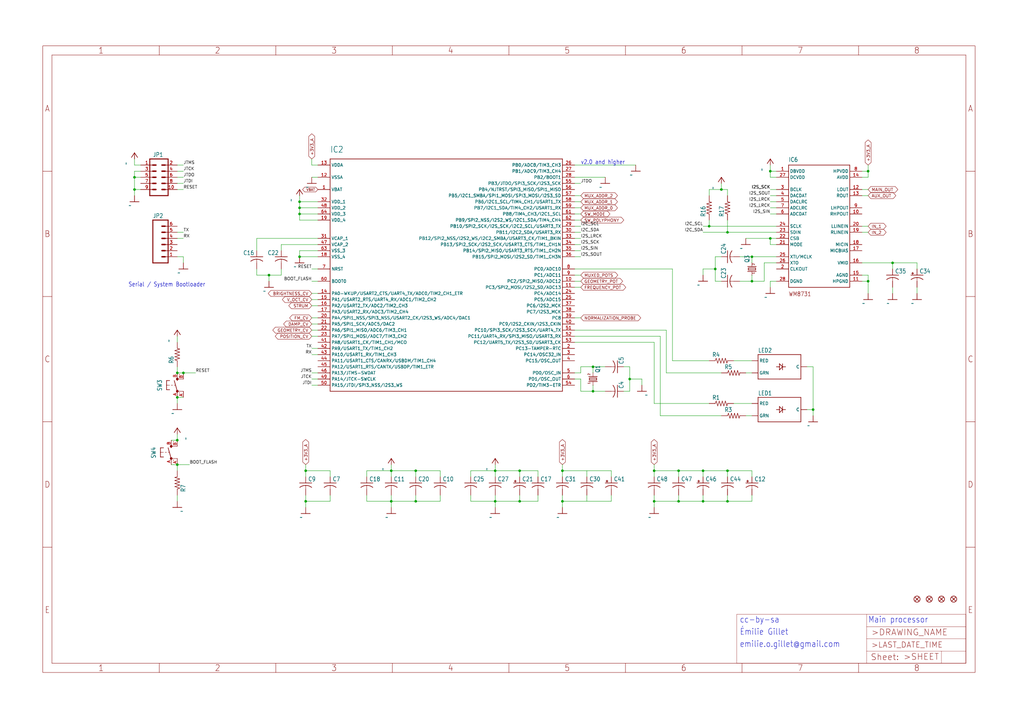
<source format=kicad_sch>
(kicad_sch (version 20211123) (generator eeschema)
  (paper "User" 425.45 299.161)
  (lib_symbols
    (symbol "rings-eagle-import:+3V3" (power)
      (property "Value" "+3V3" (at -2.54 -5.08 90))
      (symbol "+3V3_1_0"
        (pin power_in line (at 0 -2.54 90) (length 2.54) (name "+3V3") (number "1"))
      )
    )
    (symbol "rings-eagle-import:A3L-LOC"
      (symbol "A3L-LOC_1_0"
        (text "1" (at 24.2094 1.905 0) (effects (font (size 2.54 2.286))))
        (text "1" (at 24.2094 258.445 0) (effects (font (size 2.54 2.286))))
        (text "2" (at 72.6281 1.905 0) (effects (font (size 2.54 2.286))))
        (text "2" (at 72.6281 258.445 0) (effects (font (size 2.54 2.286))))
        (text "3" (at 121.0469 1.905 0) (effects (font (size 2.54 2.286))))
        (text "3" (at 121.0469 258.445 0) (effects (font (size 2.54 2.286))))
        (text "4" (at 169.4656 1.905 0) (effects (font (size 2.54 2.286))))
        (text "4" (at 169.4656 258.445 0) (effects (font (size 2.54 2.286))))
        (text "5" (at 217.8844 1.905 0) (effects (font (size 2.54 2.286))))
        (text "5" (at 217.8844 258.445 0) (effects (font (size 2.54 2.286))))
        (text "6" (at 266.3031 1.905 0) (effects (font (size 2.54 2.286))))
        (text "6" (at 266.3031 258.445 0) (effects (font (size 2.54 2.286))))
        (text "7" (at 314.7219 1.905 0) (effects (font (size 2.54 2.286))))
        (text "7" (at 314.7219 258.445 0) (effects (font (size 2.54 2.286))))
        (text "8" (at 363.1406 1.905 0) (effects (font (size 2.54 2.286))))
        (text "8" (at 363.1406 258.445 0) (effects (font (size 2.54 2.286))))
        (text ">DRAWING_NAME" (at 344.17 15.24 0) (effects (font (size 2.54 2.54)) (justify left bottom)))
        (text ">LAST_DATE_TIME" (at 344.17 10.16 0) (effects (font (size 2.286 2.286)) (justify left bottom)))
        (text ">SHEET" (at 357.505 5.08 0) (effects (font (size 2.54 2.54)) (justify left bottom)))
        (text "A" (at 1.905 234.315 0) (effects (font (size 2.54 2.286))))
        (text "A" (at 385.445 234.315 0) (effects (font (size 2.54 2.286))))
        (text "B" (at 1.905 182.245 0) (effects (font (size 2.54 2.286))))
        (text "B" (at 385.445 182.245 0) (effects (font (size 2.54 2.286))))
        (text "C" (at 1.905 130.175 0) (effects (font (size 2.54 2.286))))
        (text "C" (at 385.445 130.175 0) (effects (font (size 2.54 2.286))))
        (text "D" (at 1.905 78.105 0) (effects (font (size 2.54 2.286))))
        (text "D" (at 385.445 78.105 0) (effects (font (size 2.54 2.286))))
        (text "E" (at 1.905 26.035 0) (effects (font (size 2.54 2.286))))
        (text "E" (at 385.445 26.035 0) (effects (font (size 2.54 2.286))))
        (text "Sheet:" (at 343.916 4.953 0) (effects (font (size 2.54 2.54)) (justify left bottom)))
      )
    )
    (symbol "rings-eagle-import:C-USC0603"
      (property "Reference" "C" (at 1.016 0.635 0))
      (property "Value" "C-USC0603" (at 1.016 -4.191 0))
      (symbol "C-USC0603_1_0"
        (pin passive line (at 0 2.54 270) (length 2.54) (name "1") (number "1"))
        (pin passive line (at 0 -5.08 90) (length 2.54) (name "2") (number "2"))
      )
    )
    (symbol "rings-eagle-import:C-USC0805"
      (property "Reference" "C" (at 1.016 0.635 0))
      (property "Value" "C-USC0805" (at 1.016 -4.191 0))
      (symbol "C-USC0805_1_0"
        (pin passive line (at 0 2.54 270) (length 2.54) (name "1") (number "1"))
        (pin passive line (at 0 -5.08 90) (length 2.54) (name "2") (number "2"))
      )
    )
    (symbol "rings-eagle-import:CPOL-USA"
      (property "Reference" "C" (at 1.016 0.635 0))
      (property "Value" "CPOL-USA" (at 1.016 -4.191 0))
      (symbol "CPOL-USA_1_0"
        (pin passive line (at 0 2.54 270) (length 2.54) (name "+") (number "+"))
        (pin passive line (at 0 -5.08 90) (length 2.54) (name "-") (number "-"))
      )
    )
    (symbol "rings-eagle-import:CRYSTALHC49UP"
      (property "Reference" "Q" (at 2.54 1.016 0))
      (property "Value" "CRYSTALHC49UP" (at 2.54 -2.54 0))
      (symbol "CRYSTALHC49UP_1_0"
        (text "1" (at -2.159 -1.143 0) (effects (font (size 0.8636 0.734)) (justify left bottom)))
        (text "2" (at 1.524 -1.143 0) (effects (font (size 0.8636 0.734)) (justify left bottom)))
        (pin passive line (at -2.54 0 0) (length 0) (name "1") (number "1"))
        (pin passive line (at 2.54 0 180) (length 0) (name "2") (number "2"))
      )
    )
    (symbol "rings-eagle-import:EVQQ2"
      (property "Value" "EVQQ2" (at -3.81 3.175 90))
      (symbol "EVQQ2_1_0"
        (pin passive line (at 0 -5.08 90) (length 2.54) (name "P") (number "A"))
        (pin passive line (at 2.54 -5.08 90) (length 2.54) (name "P1") (number "A'"))
        (pin passive line (at 0 5.08 270) (length 2.54) (name "S") (number "B"))
        (pin passive line (at 2.54 5.08 270) (length 2.54) (name "S1") (number "B'"))
      )
    )
    (symbol "rings-eagle-import:FIDUCIAL1X2")
    (symbol "rings-eagle-import:GND" (power)
      (property "Value" "GND" (at -2.54 -2.54 0))
      (symbol "GND_1_0"
        (pin power_in line (at 0 2.54 270) (length 2.54) (name "GND") (number "1"))
      )
    )
    (symbol "rings-eagle-import:LED-BICOLOR-THROUGHHOLE"
      (property "Reference" "LED" (at -7.62 5.842 0))
      (property "Value" "LED-BICOLOR-THROUGHHOLE" (at -7.62 -7.62 0))
      (symbol "LED-BICOLOR-THROUGHHOLE_1_0"
        (pin bidirectional line (at -10.16 -2.54 0) (length 2.54) (name "GRN") (number "1"))
        (pin bidirectional line (at 12.7 0 180) (length 2.54) (name "C") (number "2"))
        (pin bidirectional line (at -10.16 2.54 0) (length 2.54) (name "RED") (number "3"))
      )
    )
    (symbol "rings-eagle-import:M05X2MINIJTAG"
      (property "Reference" "JP" (at -2.54 8.382 0))
      (property "Value" "M05X2MINIJTAG" (at -2.54 -10.16 0))
      (symbol "M05X2MINIJTAG_1_0"
        (pin passive line (at -7.62 5.08 0) (length 5.08) (name "1") (number "1"))
        (pin passive line (at 7.62 -5.08 180) (length 5.08) (name "10") (number "10"))
        (pin passive line (at 7.62 5.08 180) (length 5.08) (name "2") (number "2"))
        (pin passive line (at -7.62 2.54 0) (length 5.08) (name "3") (number "3"))
        (pin passive line (at 7.62 2.54 180) (length 5.08) (name "4") (number "4"))
        (pin passive line (at -7.62 0 0) (length 5.08) (name "5") (number "5"))
        (pin passive line (at 7.62 0 180) (length 5.08) (name "6") (number "6"))
        (pin passive line (at -7.62 -2.54 0) (length 5.08) (name "7") (number "7"))
        (pin passive line (at 7.62 -2.54 180) (length 5.08) (name "8") (number "8"))
        (pin passive line (at -7.62 -5.08 0) (length 5.08) (name "9") (number "9"))
      )
    )
    (symbol "rings-eagle-import:M06SIP"
      (property "Reference" "JP" (at -5.08 10.922 0))
      (property "Value" "M06SIP" (at -5.08 -10.16 0))
      (symbol "M06SIP_1_0"
        (pin passive line (at 5.08 -5.08 180) (length 5.08) (name "1") (number "1"))
        (pin passive line (at 5.08 -2.54 180) (length 5.08) (name "2") (number "2"))
        (pin passive line (at 5.08 0 180) (length 5.08) (name "3") (number "3"))
        (pin passive line (at 5.08 2.54 180) (length 5.08) (name "4") (number "4"))
        (pin passive line (at 5.08 5.08 180) (length 5.08) (name "5") (number "5"))
        (pin passive line (at 5.08 7.62 180) (length 5.08) (name "6") (number "6"))
      )
    )
    (symbol "rings-eagle-import:R-US_R0603"
      (property "Reference" "R" (at -3.81 1.4986 0))
      (property "Value" "R-US_R0603" (at -3.81 -3.302 0))
      (symbol "R-US_R0603_1_0"
        (pin passive line (at -5.08 0 0) (length 2.54) (name "1") (number "1"))
        (pin passive line (at 5.08 0 180) (length 2.54) (name "2") (number "2"))
      )
    )
    (symbol "rings-eagle-import:STM32F20X"
      (property "Reference" "UC" (at -48.26 50.8 0))
      (property "Value" "STM32F20X" (at -48.26 -53.34 0))
      (symbol "STM32F20X_1_0"
        (pin power_in line (at -53.34 35.56 0) (length 5.08) (name "VBAT") (number "1"))
        (pin bidirectional line (at 53.34 -2.54 180) (length 5.08) (name "PC2/SPI2_MISO/ADC12") (number "10"))
        (pin bidirectional line (at 53.34 -5.08 180) (length 5.08) (name "PC3/SPI2_MOSI/I2S2_SD/ADC13") (number "11"))
        (pin power_in line (at -53.34 40.64 0) (length 5.08) (name "VSSA") (number "12"))
        (pin power_in line (at -53.34 45.72 0) (length 5.08) (name "VDDA") (number "13"))
        (pin bidirectional line (at -53.34 -7.62 0) (length 5.08) (name "PA0-WKUP/USART2_CTS/UART4_TX/ADC0/TIM2_CH1_ETR") (number "14"))
        (pin bidirectional line (at -53.34 -10.16 0) (length 5.08) (name "PA1/USART2_RTS/UART4_RX/ADC1/TIM2_CH2") (number "15"))
        (pin bidirectional line (at -53.34 -12.7 0) (length 5.08) (name "PA2/USART2_TX/ADC2/TIM2_CH3") (number "16"))
        (pin bidirectional line (at -53.34 -15.24 0) (length 5.08) (name "PA3/USART2_RX/ADC3/TIM2_CH4") (number "17"))
        (pin power_in line (at -53.34 7.62 0) (length 5.08) (name "VSS_4") (number "18"))
        (pin power_in line (at -53.34 22.86 0) (length 5.08) (name "VDD_4") (number "19"))
        (pin bidirectional line (at 53.34 -30.48 180) (length 5.08) (name "PC13-TAMPER-RTC") (number "2"))
        (pin bidirectional line (at -53.34 -17.78 0) (length 5.08) (name "PA4/SPI1_NSS/SPI3_NSS/USART2_CK/I2S3_WS/ADC4/DAC1") (number "20"))
        (pin bidirectional line (at -53.34 -20.32 0) (length 5.08) (name "PA5/SPI1_SCK/ADC5/DAC2") (number "21"))
        (pin bidirectional line (at -53.34 -22.86 0) (length 5.08) (name "PA6/SPI1_MISO/ADC6/TIM3_CH1") (number "22"))
        (pin bidirectional line (at -53.34 -25.4 0) (length 5.08) (name "PA7/SPI1_MOSI/ADC7/TIM3_CH2") (number "23"))
        (pin bidirectional line (at 53.34 -7.62 180) (length 5.08) (name "PC4/ADC14") (number "24"))
        (pin bidirectional line (at 53.34 -10.16 180) (length 5.08) (name "PC5/ADC15") (number "25"))
        (pin bidirectional line (at 53.34 45.72 180) (length 5.08) (name "PB0/ADC8/TIM3_CH3") (number "26"))
        (pin bidirectional line (at 53.34 43.18 180) (length 5.08) (name "PB1/ADC9/TIM3_CH4") (number "27"))
        (pin bidirectional line (at 53.34 40.64 180) (length 5.08) (name "PB2/BOOT1") (number "28"))
        (pin bidirectional line (at 53.34 20.32 180) (length 5.08) (name "PB10/SPI2_SCK/I2S_SCK/I2C2_SCL/USART3_TX") (number "29"))
        (pin bidirectional line (at 53.34 -33.02 180) (length 5.08) (name "PC14/OSC32_IN") (number "3"))
        (pin bidirectional line (at 53.34 17.78 180) (length 5.08) (name "PB11/I2C2_SDA/USART3_RX") (number "30"))
        (pin power_in line (at -53.34 15.24 0) (length 5.08) (name "VCAP_1") (number "31"))
        (pin power_in line (at -53.34 30.48 0) (length 5.08) (name "VDD_1") (number "32"))
        (pin bidirectional line (at 53.34 15.24 180) (length 5.08) (name "PB12/SPI2_NSS/I2S2_WS/I2C2_SMBA/USART3_CK/TIM1_BKIN") (number "33"))
        (pin bidirectional line (at 53.34 12.7 180) (length 5.08) (name "PB13/SPI2_SCK/I2S2_SCK/USART3_CTS/TIM1_CH1N") (number "34"))
        (pin bidirectional line (at 53.34 10.16 180) (length 5.08) (name "PB14/SPI2_MISO/USART3_RTS/TIM1_CH2N") (number "35"))
        (pin bidirectional line (at 53.34 7.62 180) (length 5.08) (name "PB15/SPI2_MOSI/I2S2_SD/TIM1_CH3N") (number "36"))
        (pin bidirectional line (at 53.34 -12.7 180) (length 5.08) (name "PC6/I2S2_MCK") (number "37"))
        (pin bidirectional line (at 53.34 -15.24 180) (length 5.08) (name "PC7/I2S3_MCK") (number "38"))
        (pin bidirectional line (at 53.34 -17.78 180) (length 5.08) (name "PC8") (number "39"))
        (pin bidirectional line (at 53.34 -35.56 180) (length 5.08) (name "PC15/OSC_OUT") (number "4"))
        (pin bidirectional line (at 53.34 -20.32 180) (length 5.08) (name "PC9/I2S2_CKIN/I2S3_CKIN") (number "40"))
        (pin bidirectional line (at -53.34 -27.94 0) (length 5.08) (name "PA8/USART1_CK/TIM1_CH1/MCO") (number "41"))
        (pin bidirectional line (at -53.34 -30.48 0) (length 5.08) (name "PA9/USART1_TX/TIM1_CH2") (number "42"))
        (pin bidirectional line (at -53.34 -33.02 0) (length 5.08) (name "PA10/USART1_RX/TIM1_CH3") (number "43"))
        (pin bidirectional line (at -53.34 -35.56 0) (length 5.08) (name "PA11/USART1_CTS/CANRX/USBDM/TIM1_CH4") (number "44"))
        (pin bidirectional line (at -53.34 -38.1 0) (length 5.08) (name "PA12/USART1_RTS/CANTX/USBDP/TIM1_ETR") (number "45"))
        (pin bidirectional line (at -53.34 -40.64 0) (length 5.08) (name "PA13/JTMS-SWDAT") (number "46"))
        (pin power_in line (at -53.34 12.7 0) (length 5.08) (name "VCAP_2") (number "47"))
        (pin power_in line (at -53.34 27.94 0) (length 5.08) (name "VDD_2") (number "48"))
        (pin bidirectional line (at -53.34 -43.18 0) (length 5.08) (name "PA14/JTCK-SWCLK") (number "49"))
        (pin bidirectional line (at 53.34 -40.64 180) (length 5.08) (name "PD0/OSC_IN") (number "5"))
        (pin bidirectional line (at -53.34 -45.72 0) (length 5.08) (name "PA15/JTDI/SPI3_NSS/I2S3_WS") (number "50"))
        (pin bidirectional line (at 53.34 -22.86 180) (length 5.08) (name "PC10/SPI3_SCK/I2S3_SCK/UART4_TX") (number "51"))
        (pin bidirectional line (at 53.34 -25.4 180) (length 5.08) (name "PC11/UART4_RX/SPI3_MISO/USART3_RX") (number "52"))
        (pin bidirectional line (at 53.34 -27.94 180) (length 5.08) (name "PC12/UART5_TX/I2S3_SD/USART3_CK") (number "53"))
        (pin bidirectional line (at 53.34 -45.72 180) (length 5.08) (name "PD2/TIM3-ETR") (number "54"))
        (pin bidirectional line (at 53.34 38.1 180) (length 5.08) (name "PB3/JTDO/SPI3_SCK/I2S3_SCK") (number "55"))
        (pin bidirectional line (at 53.34 35.56 180) (length 5.08) (name "PB4/NJTRST/SPI3_MISO/SPI1_MISO") (number "56"))
        (pin bidirectional line (at 53.34 33.02 180) (length 5.08) (name "PB5/I2C1_SMBA/SPI1_MOSI/SPI3_MOSI/I2S3_SD") (number "57"))
        (pin bidirectional line (at 53.34 30.48 180) (length 5.08) (name "PB6/I2C1_SCL/TIM4_CH1/USART1_TX") (number "58"))
        (pin bidirectional line (at 53.34 27.94 180) (length 5.08) (name "PB7/I2C1_SDA/TIM4_CH2/USART1_RX") (number "59"))
        (pin bidirectional line (at 53.34 -43.18 180) (length 5.08) (name "PD1/OSC_OUT") (number "6"))
        (pin bidirectional line (at -53.34 -2.54 0) (length 5.08) (name "BOOT0") (number "60"))
        (pin bidirectional line (at 53.34 25.4 180) (length 5.08) (name "PB8/TIM4_CH3/I2C1_SCL") (number "61"))
        (pin bidirectional line (at 53.34 22.86 180) (length 5.08) (name "PB9/SPI2_NSS/I2S2_WS/I2C1_SDA/TIM4_CH4") (number "62"))
        (pin power_in line (at -53.34 10.16 0) (length 5.08) (name "VSS_3") (number "63"))
        (pin power_in line (at -53.34 25.4 0) (length 5.08) (name "VDD_3") (number "64"))
        (pin bidirectional line (at -53.34 2.54 0) (length 5.08) (name "NRST") (number "7"))
        (pin bidirectional line (at 53.34 2.54 180) (length 5.08) (name "PC0/ADC10") (number "8"))
        (pin bidirectional line (at 53.34 0 180) (length 5.08) (name "PC1/ADC11") (number "9"))
      )
    )
    (symbol "rings-eagle-import:WM8731"
      (property "Reference" "U" (at -12.7 26.67 0))
      (symbol "WM8731_1_0"
        (text "WM8731" (at -12.7 -29.21 0) (effects (font (size 1.778 1.5113)) (justify left bottom)))
        (pin bidirectional line (at -17.78 22.86 0) (length 5.08) (name "DBVDD") (number "1"))
        (pin bidirectional line (at 17.78 5.08 180) (length 5.08) (name "RHPOUT") (number "10"))
        (pin bidirectional line (at 17.78 -22.86 180) (length 5.08) (name "HPGND") (number "11"))
        (pin bidirectional line (at 17.78 15.24 180) (length 5.08) (name "LOUT") (number "12"))
        (pin bidirectional line (at 17.78 12.7 180) (length 5.08) (name "ROUT") (number "13"))
        (pin bidirectional line (at 17.78 20.32 180) (length 5.08) (name "AVDD") (number "14"))
        (pin bidirectional line (at 17.78 -20.32 180) (length 5.08) (name "AGND") (number "15"))
        (pin bidirectional line (at 17.78 -15.24 180) (length 5.08) (name "VMID") (number "16"))
        (pin bidirectional line (at 17.78 -10.16 180) (length 5.08) (name "MICBIAS") (number "17"))
        (pin bidirectional line (at 17.78 -7.62 180) (length 5.08) (name "MICIN") (number "18"))
        (pin bidirectional line (at 17.78 -2.54 180) (length 5.08) (name "RLINEIN") (number "19"))
        (pin bidirectional line (at -17.78 -17.78 0) (length 5.08) (name "CLKOUT") (number "2"))
        (pin bidirectional line (at 17.78 0 180) (length 5.08) (name "LLINEIN") (number "20"))
        (pin bidirectional line (at -17.78 -7.62 0) (length 5.08) (name "MODE") (number "21"))
        (pin bidirectional line (at -17.78 -5.08 0) (length 5.08) (name "CSB") (number "22"))
        (pin bidirectional line (at -17.78 -2.54 0) (length 5.08) (name "SDIN") (number "23"))
        (pin bidirectional line (at -17.78 0 0) (length 5.08) (name "SCLK") (number "24"))
        (pin bidirectional line (at -17.78 -12.7 0) (length 5.08) (name "XTI/MCLK") (number "25"))
        (pin bidirectional line (at -17.78 -15.24 0) (length 5.08) (name "XTO") (number "26"))
        (pin bidirectional line (at -17.78 20.32 0) (length 5.08) (name "DCVDD") (number "27"))
        (pin bidirectional line (at -17.78 -22.86 0) (length 5.08) (name "DGND") (number "28"))
        (pin bidirectional line (at -17.78 15.24 0) (length 5.08) (name "BCLK") (number "3"))
        (pin bidirectional line (at -17.78 12.7 0) (length 5.08) (name "DACDAT") (number "4"))
        (pin bidirectional line (at -17.78 10.16 0) (length 5.08) (name "DACLRC") (number "5"))
        (pin bidirectional line (at -17.78 5.08 0) (length 5.08) (name "ADCDAT") (number "6"))
        (pin bidirectional line (at -17.78 7.62 0) (length 5.08) (name "ADCLRC") (number "7"))
        (pin bidirectional line (at 17.78 22.86 180) (length 5.08) (name "HPVDD") (number "8"))
        (pin bidirectional line (at 17.78 7.62 180) (length 5.08) (name "LHPOUT") (number "9"))
      )
    )
  )
  (junction (at 124.46 106.68))
  (junction (at 302.26 195.58))
  (junction (at 337.82 170.18))
  (junction (at 320.04 99.06))
  (junction (at 205.74 208.28))
  (junction (at 281.94 195.58))
  (junction (at 73.66 193.04))
  (junction (at 246.38 162.56))
  (junction (at 297.18 111.76))
  (junction (at 124.46 83.82))
  (junction (at 127 208.28))
  (junction (at 55.88 73.66))
  (junction (at 233.68 208.28))
  (junction (at 233.68 195.58))
  (junction (at 261.62 157.48))
  (junction (at 281.94 208.28))
  (junction (at 215.9 195.58))
  (junction (at 162.56 195.58))
  (junction (at 162.56 208.28))
  (junction (at 292.1 195.58))
  (junction (at 55.88 78.74))
  (junction (at 124.46 86.36))
  (junction (at 246.38 152.4))
  (junction (at 271.78 208.28))
  (junction (at 76.2 154.94))
  (junction (at 73.66 182.88))
  (junction (at 271.78 195.58))
  (junction (at 320.04 71.12))
  (junction (at 205.74 195.58))
  (junction (at 172.72 208.28))
  (junction (at 73.66 165.1))
  (junction (at 294.64 93.98))
  (junction (at 215.9 208.28))
  (junction (at 302.26 96.52))
  (junction (at 302.26 208.28))
  (junction (at 172.72 195.58))
  (junction (at 299.72 78.74))
  (junction (at 292.1 208.28))
  (junction (at 360.68 71.12))
  (junction (at 370.84 109.22))
  (junction (at 73.66 154.94))
  (junction (at 124.46 88.9))
  (junction (at 360.68 116.84))
  (junction (at 312.42 106.68))
  (junction (at 127 195.58))
  (junction (at 312.42 116.84))
  (junction (at 111.76 114.3))
  (wire (pts (xy 266.7 157.48) (xy 266.7 160.02)))
  (wire (pts (xy 132.08 132.08) (xy 129.54 132.08)))
  (wire (pts (xy 307.34 116.84) (xy 312.42 116.84)))
  (wire (pts (xy 132.08 73.66) (xy 129.54 73.66)))
  (wire (pts (xy 312.42 208.28) (xy 312.42 205.74)))
  (wire (pts (xy 238.76 96.52) (xy 241.3 96.52)))
  (wire (pts (xy 195.58 208.28) (xy 205.74 208.28)))
  (wire (pts (xy 261.62 157.48) (xy 261.62 162.56)))
  (wire (pts (xy 73.66 195.58) (xy 73.66 193.04)))
  (wire (pts (xy 320.04 99.06) (xy 309.88 99.06)))
  (wire (pts (xy 320.04 116.84) (xy 320.04 119.38)))
  (wire (pts (xy 124.46 88.9) (xy 124.46 91.44)))
  (wire (pts (xy 337.82 172.72) (xy 337.82 170.18)))
  (wire (pts (xy 58.42 68.58) (xy 55.88 68.58)))
  (wire (pts (xy 124.46 91.44) (xy 132.08 91.44)))
  (wire (pts (xy 233.68 205.74) (xy 233.68 208.28)))
  (wire (pts (xy 73.66 76.2) (xy 76.2 76.2)))
  (wire (pts (xy 132.08 83.82) (xy 124.46 83.82)))
  (wire (pts (xy 238.76 73.66) (xy 251.46 73.66)))
  (wire (pts (xy 320.04 83.82) (xy 322.58 83.82)))
  (wire (pts (xy 335.28 152.4) (xy 337.82 152.4)))
  (wire (pts (xy 279.4 111.76) (xy 279.4 149.86)))
  (wire (pts (xy 238.76 114.3) (xy 241.3 114.3)))
  (wire (pts (xy 294.64 81.28) (xy 294.64 78.74)))
  (wire (pts (xy 317.5 109.22) (xy 322.58 109.22)))
  (wire (pts (xy 55.88 73.66) (xy 55.88 78.74)))
  (wire (pts (xy 358.14 81.28) (xy 360.68 81.28)))
  (wire (pts (xy 299.72 78.74) (xy 294.64 78.74)))
  (wire (pts (xy 124.46 83.82) (xy 124.46 86.36)))
  (wire (pts (xy 73.66 193.04) (xy 78.74 193.04)))
  (wire (pts (xy 124.46 83.82) (xy 124.46 81.28)))
  (wire (pts (xy 132.08 104.14) (xy 124.46 104.14)))
  (wire (pts (xy 337.82 152.4) (xy 337.82 170.18)))
  (wire (pts (xy 243.84 208.28) (xy 254 208.28)))
  (wire (pts (xy 358.14 93.98) (xy 360.68 93.98)))
  (wire (pts (xy 317.5 116.84) (xy 317.5 109.22)))
  (wire (pts (xy 274.32 139.7) (xy 238.76 139.7)))
  (wire (pts (xy 238.76 132.08) (xy 241.3 132.08)))
  (wire (pts (xy 238.76 116.84) (xy 241.3 116.84)))
  (wire (pts (xy 124.46 86.36) (xy 124.46 88.9)))
  (wire (pts (xy 254 208.28) (xy 254 205.74)))
  (wire (pts (xy 233.68 198.12) (xy 233.68 195.58)))
  (wire (pts (xy 360.68 71.12) (xy 360.68 68.58)))
  (wire (pts (xy 73.66 68.58) (xy 76.2 68.58)))
  (wire (pts (xy 254 195.58) (xy 254 198.12)))
  (wire (pts (xy 302.26 195.58) (xy 302.26 198.12)))
  (wire (pts (xy 132.08 127) (xy 129.54 127)))
  (wire (pts (xy 322.58 96.52) (xy 302.26 96.52)))
  (wire (pts (xy 58.42 78.74) (xy 55.88 78.74)))
  (wire (pts (xy 302.26 78.74) (xy 299.72 78.74)))
  (wire (pts (xy 335.28 170.18) (xy 337.82 170.18)))
  (wire (pts (xy 73.66 78.74) (xy 76.2 78.74)))
  (wire (pts (xy 162.56 208.28) (xy 172.72 208.28)))
  (wire (pts (xy 233.68 195.58) (xy 243.84 195.58)))
  (wire (pts (xy 172.72 195.58) (xy 182.88 195.58)))
  (wire (pts (xy 73.66 139.7) (xy 73.66 142.24)))
  (wire (pts (xy 238.76 81.28) (xy 241.3 81.28)))
  (wire (pts (xy 276.86 154.94) (xy 299.72 154.94)))
  (wire (pts (xy 182.88 208.28) (xy 182.88 205.74)))
  (wire (pts (xy 116.84 104.14) (xy 116.84 101.6)))
  (wire (pts (xy 215.9 195.58) (xy 223.52 195.58)))
  (wire (pts (xy 238.76 76.2) (xy 241.3 76.2)))
  (wire (pts (xy 299.72 106.68) (xy 297.18 106.68)))
  (wire (pts (xy 238.76 111.76) (xy 279.4 111.76)))
  (wire (pts (xy 106.68 114.3) (xy 111.76 114.3)))
  (wire (pts (xy 195.58 205.74) (xy 195.58 208.28)))
  (wire (pts (xy 215.9 208.28) (xy 215.9 205.74)))
  (wire (pts (xy 243.84 208.28) (xy 243.84 205.74)))
  (wire (pts (xy 271.78 208.28) (xy 281.94 208.28)))
  (wire (pts (xy 137.16 208.28) (xy 137.16 205.74)))
  (wire (pts (xy 111.76 114.3) (xy 116.84 114.3)))
  (wire (pts (xy 246.38 162.56) (xy 241.3 162.56)))
  (wire (pts (xy 152.4 208.28) (xy 162.56 208.28)))
  (wire (pts (xy 238.76 99.06) (xy 241.3 99.06)))
  (wire (pts (xy 302.26 208.28) (xy 312.42 208.28)))
  (wire (pts (xy 132.08 134.62) (xy 129.54 134.62)))
  (wire (pts (xy 172.72 208.28) (xy 172.72 205.74)))
  (wire (pts (xy 370.84 109.22) (xy 381 109.22)))
  (wire (pts (xy 261.62 152.4) (xy 261.62 157.48)))
  (wire (pts (xy 276.86 137.16) (xy 238.76 137.16)))
  (wire (pts (xy 132.08 144.78) (xy 129.54 144.78)))
  (wire (pts (xy 302.26 208.28) (xy 302.26 205.74)))
  (wire (pts (xy 358.14 71.12) (xy 360.68 71.12)))
  (wire (pts (xy 73.66 106.68) (xy 76.2 106.68)))
  (wire (pts (xy 297.18 116.84) (xy 299.72 116.84)))
  (wire (pts (xy 320.04 88.9) (xy 322.58 88.9)))
  (wire (pts (xy 271.78 198.12) (xy 271.78 195.58)))
  (wire (pts (xy 312.42 116.84) (xy 312.42 114.3)))
  (wire (pts (xy 271.78 167.64) (xy 294.64 167.64)))
  (wire (pts (xy 55.88 68.58) (xy 55.88 66.04)))
  (wire (pts (xy 172.72 195.58) (xy 172.72 198.12)))
  (wire (pts (xy 116.84 101.6) (xy 132.08 101.6)))
  (wire (pts (xy 292.1 208.28) (xy 302.26 208.28)))
  (wire (pts (xy 276.86 137.16) (xy 276.86 154.94)))
  (wire (pts (xy 241.3 154.94) (xy 241.3 152.4)))
  (wire (pts (xy 124.46 88.9) (xy 132.08 88.9)))
  (wire (pts (xy 162.56 205.74) (xy 162.56 208.28)))
  (wire (pts (xy 281.94 198.12) (xy 281.94 195.58)))
  (wire (pts (xy 320.04 86.36) (xy 322.58 86.36)))
  (wire (pts (xy 294.64 91.44) (xy 294.64 93.98)))
  (wire (pts (xy 132.08 106.68) (xy 124.46 106.68)))
  (wire (pts (xy 152.4 195.58) (xy 162.56 195.58)))
  (wire (pts (xy 215.9 198.12) (xy 215.9 195.58)))
  (wire (pts (xy 73.66 99.06) (xy 76.2 99.06)))
  (wire (pts (xy 302.26 96.52) (xy 292.1 96.52)))
  (wire (pts (xy 238.76 83.82) (xy 241.3 83.82)))
  (wire (pts (xy 132.08 137.16) (xy 129.54 137.16)))
  (wire (pts (xy 320.04 81.28) (xy 322.58 81.28)))
  (wire (pts (xy 238.76 119.38) (xy 241.3 119.38)))
  (wire (pts (xy 172.72 208.28) (xy 182.88 208.28)))
  (wire (pts (xy 322.58 116.84) (xy 320.04 116.84)))
  (wire (pts (xy 322.58 106.68) (xy 312.42 106.68)))
  (wire (pts (xy 358.14 96.52) (xy 360.68 96.52)))
  (wire (pts (xy 358.14 109.22) (xy 370.84 109.22)))
  (wire (pts (xy 238.76 88.9) (xy 241.3 88.9)))
  (wire (pts (xy 76.2 154.94) (xy 81.28 154.94)))
  (wire (pts (xy 243.84 195.58) (xy 254 195.58)))
  (wire (pts (xy 304.8 167.64) (xy 312.42 167.64)))
  (wire (pts (xy 292.1 208.28) (xy 292.1 205.74)))
  (wire (pts (xy 162.56 195.58) (xy 172.72 195.58)))
  (wire (pts (xy 246.38 162.56) (xy 246.38 160.02)))
  (wire (pts (xy 251.46 162.56) (xy 246.38 162.56)))
  (wire (pts (xy 360.68 116.84) (xy 360.68 121.92)))
  (wire (pts (xy 297.18 111.76) (xy 297.18 116.84)))
  (wire (pts (xy 246.38 152.4) (xy 246.38 154.94)))
  (wire (pts (xy 302.26 195.58) (xy 312.42 195.58)))
  (wire (pts (xy 309.88 154.94) (xy 312.42 154.94)))
  (wire (pts (xy 55.88 71.12) (xy 55.88 73.66)))
  (wire (pts (xy 195.58 198.12) (xy 195.58 195.58)))
  (wire (pts (xy 205.74 208.28) (xy 215.9 208.28)))
  (wire (pts (xy 132.08 160.02) (xy 129.54 160.02)))
  (wire (pts (xy 297.18 111.76) (xy 292.1 111.76)))
  (wire (pts (xy 106.68 99.06) (xy 132.08 99.06)))
  (wire (pts (xy 281.94 205.74) (xy 281.94 208.28)))
  (wire (pts (xy 358.14 73.66) (xy 360.68 73.66)))
  (wire (pts (xy 307.34 106.68) (xy 312.42 106.68)))
  (wire (pts (xy 292.1 93.98) (xy 294.64 93.98)))
  (wire (pts (xy 127 195.58) (xy 137.16 195.58)))
  (wire (pts (xy 292.1 195.58) (xy 292.1 198.12)))
  (wire (pts (xy 55.88 78.74) (xy 55.88 81.28)))
  (wire (pts (xy 243.84 195.58) (xy 243.84 198.12)))
  (wire (pts (xy 320.04 73.66) (xy 320.04 71.12)))
  (wire (pts (xy 71.12 193.04) (xy 73.66 193.04)))
  (wire (pts (xy 302.26 81.28) (xy 302.26 78.74)))
  (wire (pts (xy 132.08 121.92) (xy 129.54 121.92)))
  (wire (pts (xy 127 208.28) (xy 127 210.82)))
  (wire (pts (xy 233.68 195.58) (xy 233.68 193.04)))
  (wire (pts (xy 322.58 99.06) (xy 320.04 99.06)))
  (wire (pts (xy 381 119.38) (xy 381 121.92)))
  (wire (pts (xy 358.14 116.84) (xy 360.68 116.84)))
  (wire (pts (xy 238.76 104.14) (xy 241.3 104.14)))
  (wire (pts (xy 233.68 208.28) (xy 243.84 208.28)))
  (wire (pts (xy 73.66 180.34) (xy 73.66 182.88)))
  (wire (pts (xy 279.4 149.86) (xy 294.64 149.86)))
  (wire (pts (xy 223.52 195.58) (xy 223.52 198.12)))
  (wire (pts (xy 137.16 195.58) (xy 137.16 198.12)))
  (wire (pts (xy 162.56 210.82) (xy 162.56 208.28)))
  (wire (pts (xy 162.56 195.58) (xy 162.56 193.04)))
  (wire (pts (xy 271.78 195.58) (xy 271.78 193.04)))
  (wire (pts (xy 73.66 154.94) (xy 76.2 154.94)))
  (wire (pts (xy 205.74 208.28) (xy 205.74 210.82)))
  (wire (pts (xy 73.66 73.66) (xy 76.2 73.66)))
  (wire (pts (xy 309.88 172.72) (xy 312.42 172.72)))
  (wire (pts (xy 58.42 73.66) (xy 55.88 73.66)))
  (wire (pts (xy 297.18 106.68) (xy 297.18 111.76)))
  (wire (pts (xy 304.8 149.86) (xy 312.42 149.86)))
  (wire (pts (xy 320.04 71.12) (xy 320.04 68.58)))
  (wire (pts (xy 370.84 109.22) (xy 370.84 111.76)))
  (wire (pts (xy 73.66 71.12) (xy 76.2 71.12)))
  (wire (pts (xy 127 193.04) (xy 127 195.58)))
  (wire (pts (xy 132.08 139.7) (xy 129.54 139.7)))
  (wire (pts (xy 294.64 93.98) (xy 322.58 93.98)))
  (wire (pts (xy 132.08 154.94) (xy 129.54 154.94)))
  (wire (pts (xy 73.66 152.4) (xy 73.66 154.94)))
  (wire (pts (xy 238.76 91.44) (xy 241.3 91.44)))
  (wire (pts (xy 381 109.22) (xy 381 111.76)))
  (wire (pts (xy 259.08 152.4) (xy 261.62 152.4)))
  (wire (pts (xy 73.66 96.52) (xy 76.2 96.52)))
  (wire (pts (xy 195.58 195.58) (xy 205.74 195.58)))
  (wire (pts (xy 251.46 152.4) (xy 246.38 152.4)))
  (wire (pts (xy 312.42 106.68) (xy 312.42 109.22)))
  (wire (pts (xy 241.3 152.4) (xy 246.38 152.4)))
  (wire (pts (xy 205.74 195.58) (xy 205.74 198.12)))
  (wire (pts (xy 182.88 195.58) (xy 182.88 198.12)))
  (wire (pts (xy 322.58 71.12) (xy 320.04 71.12)))
  (wire (pts (xy 261.62 157.48) (xy 266.7 157.48)))
  (wire (pts (xy 73.66 205.74) (xy 73.66 208.28)))
  (wire (pts (xy 73.66 165.1) (xy 76.2 165.1)))
  (wire (pts (xy 320.04 101.6) (xy 322.58 101.6)))
  (wire (pts (xy 152.4 198.12) (xy 152.4 195.58)))
  (wire (pts (xy 124.46 104.14) (xy 124.46 106.68)))
  (wire (pts (xy 111.76 116.84) (xy 111.76 114.3)))
  (wire (pts (xy 162.56 198.12) (xy 162.56 195.58)))
  (wire (pts (xy 302.26 91.44) (xy 302.26 96.52)))
  (wire (pts (xy 320.04 99.06) (xy 320.04 101.6)))
  (wire (pts (xy 281.94 208.28) (xy 292.1 208.28)))
  (wire (pts (xy 261.62 162.56) (xy 259.08 162.56)))
  (wire (pts (xy 238.76 86.36) (xy 241.3 86.36)))
  (wire (pts (xy 271.78 208.28) (xy 271.78 210.82)))
  (wire (pts (xy 233.68 208.28) (xy 233.68 210.82)))
  (wire (pts (xy 274.32 172.72) (xy 299.72 172.72)))
  (wire (pts (xy 215.9 208.28) (xy 223.52 208.28)))
  (wire (pts (xy 271.78 195.58) (xy 281.94 195.58)))
  (wire (pts (xy 106.68 104.14) (xy 106.68 99.06)))
  (wire (pts (xy 360.68 73.66) (xy 360.68 71.12)))
  (wire (pts (xy 58.42 71.12) (xy 55.88 71.12)))
  (wire (pts (xy 322.58 78.74) (xy 320.04 78.74)))
  (wire (pts (xy 241.3 162.56) (xy 241.3 157.48)))
  (wire (pts (xy 312.42 195.58) (xy 312.42 198.12)))
  (wire (pts (xy 127 195.58) (xy 127 198.12)))
  (wire (pts (xy 238.76 93.98) (xy 241.3 93.98)))
  (wire (pts (xy 76.2 106.68) (xy 76.2 109.22)))
  (wire (pts (xy 127 205.74) (xy 127 208.28)))
  (wire (pts (xy 205.74 205.74) (xy 205.74 208.28)))
  (wire (pts (xy 322.58 73.66) (xy 320.04 73.66)))
  (wire (pts (xy 71.12 182.88) (xy 73.66 182.88)))
  (wire (pts (xy 271.78 205.74) (xy 271.78 208.28)))
  (wire (pts (xy 127 208.28) (xy 137.16 208.28)))
  (wire (pts (xy 271.78 167.64) (xy 271.78 142.24)))
  (wire (pts (xy 132.08 68.58) (xy 129.54 68.58)))
  (wire (pts (xy 129.54 68.58) (xy 129.54 66.04)))
  (wire (pts (xy 205.74 193.04) (xy 205.74 195.58)))
  (wire (pts (xy 205.74 195.58) (xy 215.9 195.58)))
  (wire (pts (xy 274.32 172.72) (xy 274.32 139.7)))
  (wire (pts (xy 238.76 154.94) (xy 241.3 154.94)))
  (wire (pts (xy 132.08 116.84) (xy 129.54 116.84)))
  (wire (pts (xy 312.42 116.84) (xy 317.5 116.84)))
  (wire (pts (xy 223.52 208.28) (xy 223.52 205.74)))
  (wire (pts (xy 132.08 157.48) (xy 129.54 157.48)))
  (wire (pts (xy 292.1 195.58) (xy 302.26 195.58)))
  (wire (pts (xy 132.08 124.46) (xy 129.54 124.46)))
  (wire (pts (xy 281.94 195.58) (xy 292.1 195.58)))
  (wire (pts (xy 271.78 142.24) (xy 238.76 142.24)))
  (wire (pts (xy 370.84 119.38) (xy 370.84 121.92)))
  (wire (pts (xy 238.76 106.68) (xy 241.3 106.68)))
  (wire (pts (xy 241.3 157.48) (xy 238.76 157.48)))
  (wire (pts (xy 116.84 111.76) (xy 116.84 114.3)))
  (wire (pts (xy 132.08 147.32) (xy 129.54 147.32)))
  (wire (pts (xy 358.14 78.74) (xy 360.68 78.74)))
  (wire (pts (xy 73.66 165.1) (xy 73.66 167.64)))
  (wire (pts (xy 238.76 101.6) (xy 241.3 101.6)))
  (wire (pts (xy 132.08 111.76) (xy 129.54 111.76)))
  (wire (pts (xy 238.76 68.58) (xy 264.16 68.58)))
  (wire (pts (xy 358.14 114.3) (xy 360.68 114.3)))
  (wire (pts (xy 299.72 78.74) (xy 299.72 76.2)))
  (wire (pts (xy 292.1 111.76) (xy 292.1 114.3)))
  (wire (pts (xy 124.46 86.36) (xy 132.08 86.36)))
  (wire (pts (xy 360.68 114.3) (xy 360.68 116.84)))
  (wire (pts (xy 152.4 205.74) (xy 152.4 208.28)))
  (wire (pts (xy 106.68 111.76) (xy 106.68 114.3)))
  (text "cc-by-sa" (at 307.34 259.08 180) (effects (font (size 2.54 2.159)) (justify left bottom)))
  (text "Main processor" (at 360.68 259.08 180) (effects (font (size 2.54 2.159)) (justify left bottom)))
  (text "Serial / System Bootloader" (at 53.34 119.38 180) (effects (font (size 1.778 1.5113)) (justify left bottom)))
  (text "emilie.o.gillet@gmail.com" (at 307.34 269.24 180) (effects (font (size 2.54 2.159)) (justify left bottom)))
  (text "Émilie Gillet" (at 307.34 264.16 180) (effects (font (size 2.54 2.159)) (justify left bottom)))
  (text "v2.0 and higher" (at 241.3 68.58 180) (effects (font (size 1.778 1.5113)) (justify left bottom)))
  (label "JTDI" (at 129.54 160.02 180) (effects (font (size 1.2446 1.2446))))
  (label "I2S_LRCK" (at 320.04 86.36 180) (effects (font (size 1.2446 1.2446))))
  (label "RX" (at 76.2 99.06 0) (effects (font (size 1.2446 1.2446))))
  (label "RESET" (at 76.2 78.74 0) (effects (font (size 1.2446 1.2446))))
  (label "RX" (at 129.54 147.32 180) (effects (font (size 1.2446 1.2446))))
  (label "I2C_SDA" (at 292.1 96.52 180) (effects (font (size 1.2446 1.2446))))
  (label "I2S_SIN" (at 241.3 104.14 0) (effects (font (size 1.2446 1.2446))))
  (label "TX" (at 76.2 96.52 0) (effects (font (size 1.2446 1.2446))))
  (label "I2S_SCK" (at 320.04 78.74 180) (effects (font (size 1.2446 1.2446))))
  (label "I2S_SCK" (at 241.3 101.6 0) (effects (font (size 1.2446 1.2446))))
  (label "JTDO" (at 241.3 76.2 0) (effects (font (size 1.2446 1.2446))))
  (label "RESET" (at 81.28 154.94 0) (effects (font (size 1.2446 1.2446))))
  (label "I2S_SOUT" (at 320.04 81.28 180) (effects (font (size 1.2446 1.2446))))
  (label "JTMS" (at 129.54 154.94 180) (effects (font (size 1.2446 1.2446))))
  (label "JTCK" (at 129.54 157.48 180) (effects (font (size 1.2446 1.2446))))
  (label "I2C_SDA" (at 241.3 96.52 0) (effects (font (size 1.2446 1.2446))))
  (label "I2S_SCK" (at 320.04 78.74 180) (effects (font (size 1.2446 1.2446))))
  (label "BOOT_FLASH" (at 78.74 193.04 0) (effects (font (size 1.2446 1.2446))))
  (label "I2C_SCL" (at 292.1 93.98 180) (effects (font (size 1.2446 1.2446))))
  (label "JTMS" (at 76.2 68.58 0) (effects (font (size 1.2446 1.2446))))
  (label "JTDI" (at 76.2 76.2 0) (effects (font (size 1.2446 1.2446))))
  (label "I2S_SOUT" (at 241.3 106.68 0) (effects (font (size 1.2446 1.2446))))
  (label "RESET" (at 129.54 111.76 180) (effects (font (size 1.2446 1.2446))))
  (label "I2S_LRCK" (at 241.3 99.06 0) (effects (font (size 1.2446 1.2446))))
  (label "I2S_LRCK" (at 320.04 83.82 180) (effects (font (size 1.2446 1.2446))))
  (label "TX" (at 129.54 144.78 180) (effects (font (size 1.2446 1.2446))))
  (label "JTCK" (at 76.2 71.12 0) (effects (font (size 1.2446 1.2446))))
  (label "BOOT_FLASH" (at 129.54 116.84 180) (effects (font (size 1.2446 1.2446))))
  (label "I2C_SCL" (at 241.3 93.98 0) (effects (font (size 1.2446 1.2446))))
  (label "I2S_SIN" (at 320.04 88.9 180) (effects (font (size 1.2446 1.2446))))
  (label "JTDO" (at 76.2 73.66 0) (effects (font (size 1.2446 1.2446))))
  (global_label "IN_1" (shape bidirectional) (at 360.68 93.98 0) (effects (font (size 1.2446 1.2446))) (property "Intersheet References" "${INTERSHEET_REFS}" (effects hide)))
  (global_label "+3V3_A" (shape bidirectional) (at 129.54 66.04 90) (effects (font (size 1.2446 1.2446))) (property "Intersheet References" "${INTERSHEET_REFS}" (effects hide)))
  (global_label "NORMALIZATION_PROBE" (shape bidirectional) (at 241.3 132.08 0) (effects (font (size 1.2446 1.2446))) (property "Intersheet References" "${INTERSHEET_REFS}" (effects hide)))
  (global_label "+3V3_A" (shape bidirectional) (at 233.68 193.04 90) (effects (font (size 1.2446 1.2446))) (property "Intersheet References" "${INTERSHEET_REFS}" (effects hide)))
  (global_label "IN_2" (shape bidirectional) (at 360.68 96.52 0) (effects (font (size 1.2446 1.2446))) (property "Intersheet References" "${INTERSHEET_REFS}" (effects hide)))
  (global_label "GEOMETRY_POT" (shape bidirectional) (at 241.3 116.84 0) (effects (font (size 1.2446 1.2446))) (property "Intersheet References" "${INTERSHEET_REFS}" (effects hide)))
  (global_label "MUX_ADDR_1" (shape bidirectional) (at 241.3 83.82 0) (effects (font (size 1.2446 1.2446))) (property "Intersheet References" "${INTERSHEET_REFS}" (effects hide)))
  (global_label "+3V3_A" (shape bidirectional) (at 271.78 193.04 90) (effects (font (size 1.2446 1.2446))) (property "Intersheet References" "${INTERSHEET_REFS}" (effects hide)))
  (global_label "DAMP_CV" (shape bidirectional) (at 129.54 134.62 180) (effects (font (size 1.2446 1.2446))) (property "Intersheet References" "${INTERSHEET_REFS}" (effects hide)))
  (global_label "BRIGHTNESS_CV" (shape bidirectional) (at 129.54 121.92 180) (effects (font (size 1.2446 1.2446))) (property "Intersheet References" "${INTERSHEET_REFS}" (effects hide)))
  (global_label "+3V3_A" (shape bidirectional) (at 360.68 68.58 90) (effects (font (size 1.2446 1.2446))) (property "Intersheet References" "${INTERSHEET_REFS}" (effects hide)))
  (global_label "SW_POLYPHONY" (shape bidirectional) (at 241.3 91.44 0) (effects (font (size 1.2446 1.2446))) (property "Intersheet References" "${INTERSHEET_REFS}" (effects hide)))
  (global_label "FREQUENCY_POT" (shape bidirectional) (at 241.3 119.38 0) (effects (font (size 1.2446 1.2446))) (property "Intersheet References" "${INTERSHEET_REFS}" (effects hide)))
  (global_label "V_OCT_CV" (shape bidirectional) (at 129.54 124.46 180) (effects (font (size 1.2446 1.2446))) (property "Intersheet References" "${INTERSHEET_REFS}" (effects hide)))
  (global_label "POSITION_CV" (shape bidirectional) (at 129.54 139.7 180) (effects (font (size 1.2446 1.2446))) (property "Intersheet References" "${INTERSHEET_REFS}" (effects hide)))
  (global_label "VBAT" (shape bidirectional) (at 132.08 78.74 180) (effects (font (size 1.016 1.016))) (property "Intersheet References" "${INTERSHEET_REFS}" (effects hide)))
  (global_label "MUXED_POTS" (shape bidirectional) (at 241.3 114.3 0) (effects (font (size 1.2446 1.2446))) (property "Intersheet References" "${INTERSHEET_REFS}" (effects hide)))
  (global_label "MUX_ADDR_2" (shape bidirectional) (at 241.3 81.28 0) (effects (font (size 1.2446 1.2446))) (property "Intersheet References" "${INTERSHEET_REFS}" (effects hide)))
  (global_label "SW_MODE" (shape bidirectional) (at 241.3 88.9 0) (effects (font (size 1.2446 1.2446))) (property "Intersheet References" "${INTERSHEET_REFS}" (effects hide)))
  (global_label "AUX_OUT" (shape bidirectional) (at 360.68 81.28 0) (effects (font (size 1.2446 1.2446))) (property "Intersheet References" "${INTERSHEET_REFS}" (effects hide)))
  (global_label "GEOMETRY_CV" (shape bidirectional) (at 129.54 137.16 180) (effects (font (size 1.2446 1.2446))) (property "Intersheet References" "${INTERSHEET_REFS}" (effects hide)))
  (global_label "STRUM" (shape bidirectional) (at 129.54 127 180) (effects (font (size 1.2446 1.2446))) (property "Intersheet References" "${INTERSHEET_REFS}" (effects hide)))
  (global_label "+3V3_A" (shape bidirectional) (at 127 193.04 90) (effects (font (size 1.2446 1.2446))) (property "Intersheet References" "${INTERSHEET_REFS}" (effects hide)))
  (global_label "MAIN_OUT" (shape bidirectional) (at 360.68 78.74 0) (effects (font (size 1.2446 1.2446))) (property "Intersheet References" "${INTERSHEET_REFS}" (effects hide)))
  (global_label "FM_CV" (shape bidirectional) (at 129.54 132.08 180) (effects (font (size 1.2446 1.2446))) (property "Intersheet References" "${INTERSHEET_REFS}" (effects hide)))
  (global_label "MUX_ADDR_0" (shape bidirectional) (at 241.3 86.36 0) (effects (font (size 1.2446 1.2446))) (property "Intersheet References" "${INTERSHEET_REFS}" (effects hide)))
  (symbol (lib_id "rings-eagle-import:C-USC0805") (at 106.68 106.68 0) (mirror y) (unit 1)
    (property "Reference" "C16" (at 105.664 106.045 0) (effects (font (size 1.778 1.5113)) (justify left bottom)))
  )
  (symbol (lib_id "rings-eagle-import:FIDUCIAL1X2") (at 396.24 248.92 0) (unit 1)
    (property "Reference" "F3" (effects hide))
  )
  (symbol (lib_id "rings-eagle-import:FIDUCIAL1X2") (at 391.16 248.92 0) (unit 1)
    (property "Reference" "F2" (effects hide))
  )
  (symbol (lib_id "rings-eagle-import:C-USC0603") (at 172.72 200.66 0) (unit 1)
    (property "Reference" "C20" (at 173.736 200.025 0) (effects (font (size 1.778 1.5113)) (justify left bottom)))
  )
  (symbol (lib_id "rings-eagle-import:+3V3") (at 73.66 137.16 0) (unit 1)
    (property "Reference" "#+3V4" (effects hide))
  )
  (symbol (lib_id "rings-eagle-import:C-USC0805") (at 116.84 106.68 0) (mirror y) (unit 1)
    (property "Reference" "C22" (at 115.824 106.045 0) (effects (font (size 1.778 1.5113)) (justify left bottom)))
  )
  (symbol (lib_id "rings-eagle-import:GND") (at 233.68 213.36 0) (unit 1)
    (property "Reference" "#GND19" (effects hide))
  )
  (symbol (lib_id "rings-eagle-import:STM32F20X") (at 185.42 114.3 0) (unit 1)
    (property "Reference" "IC2" (at 137.16 63.5 0) (effects (font (size 2.54 2.159)) (justify left bottom)))
  )
  (symbol (lib_id "rings-eagle-import:FIDUCIAL1X2") (at 386.08 248.92 0) (unit 1)
    (property "Reference" "F4" (effects hide))
  )
  (symbol (lib_id "rings-eagle-import:R-US_R0603") (at 304.8 172.72 0) (unit 1)
    (property "Reference" "R3" (at 300.99 171.2214 0) (effects (font (size 1.778 1.5113)) (justify left bottom)))
  )
  (symbol (lib_id "rings-eagle-import:C-USC0603") (at 271.78 200.66 0) (unit 1)
    (property "Reference" "C48" (at 272.796 200.025 0) (effects (font (size 1.778 1.5113)) (justify left bottom)))
  )
  (symbol (lib_id "rings-eagle-import:+3V3") (at 320.04 66.04 0) (unit 1)
    (property "Reference" "#+3V2" (effects hide))
  )
  (symbol (lib_id "rings-eagle-import:C-USC0603") (at 302.26 116.84 90) (unit 1)
    (property "Reference" "C23" (at 301.625 115.824 0) (effects (font (size 1.778 1.5113)) (justify left bottom)))
  )
  (symbol (lib_id "rings-eagle-import:M06SIP") (at 68.58 101.6 0) (unit 1)
    (property "Reference" "JP2" (at 63.5 90.678 0) (effects (font (size 1.778 1.5113)) (justify left bottom)))
  )
  (symbol (lib_id "rings-eagle-import:R-US_R0603") (at 294.64 86.36 90) (unit 1)
    (property "Reference" "R16" (at 293.1414 90.17 0) (effects (font (size 1.778 1.5113)) (justify left bottom)))
  )
  (symbol (lib_id "rings-eagle-import:GND") (at 129.54 76.2 0) (unit 1)
    (property "Reference" "#GND23" (effects hide))
  )
  (symbol (lib_id "rings-eagle-import:GND") (at 205.74 213.36 0) (unit 1)
    (property "Reference" "#GND18" (effects hide))
  )
  (symbol (lib_id "rings-eagle-import:CRYSTALHC49UP") (at 312.42 111.76 90) (unit 1)
    (property "Reference" "Q3" (at 311.404 109.22 0) (effects (font (size 1.778 1.5113)) (justify left bottom)))
  )
  (symbol (lib_id "rings-eagle-import:GND") (at 111.76 119.38 0) (unit 1)
    (property "Reference" "#GND55" (effects hide))
  )
  (symbol (lib_id "rings-eagle-import:C-USC0603") (at 127 200.66 0) (unit 1)
    (property "Reference" "C9" (at 128.016 200.025 0) (effects (font (size 1.778 1.5113)) (justify left bottom)))
  )
  (symbol (lib_id "rings-eagle-import:C-USC0603") (at 182.88 200.66 0) (unit 1)
    (property "Reference" "C10" (at 183.896 200.025 0) (effects (font (size 1.778 1.5113)) (justify left bottom)))
  )
  (symbol (lib_id "rings-eagle-import:GND") (at 370.84 124.46 0) (unit 1)
    (property "Reference" "#GND20" (effects hide))
  )
  (symbol (lib_id "rings-eagle-import:C-USC0603") (at 243.84 200.66 0) (unit 1)
    (property "Reference" "C30" (at 244.856 200.025 0) (effects (font (size 1.778 1.5113)) (justify left bottom)))
  )
  (symbol (lib_id "rings-eagle-import:R-US_R0603") (at 302.26 86.36 90) (unit 1)
    (property "Reference" "R17" (at 300.7614 90.17 0) (effects (font (size 1.778 1.5113)) (justify left bottom)))
  )
  (symbol (lib_id "rings-eagle-import:CPOL-USA") (at 292.1 200.66 0) (unit 1)
    (property "Reference" "C46" (at 293.116 200.025 0) (effects (font (size 1.778 1.5113)) (justify left bottom)))
  )
  (symbol (lib_id "rings-eagle-import:GND") (at 266.7 162.56 0) (mirror y) (unit 1)
    (property "Reference" "#GND56" (effects hide))
  )
  (symbol (lib_id "rings-eagle-import:R-US_R0603") (at 304.8 154.94 0) (unit 1)
    (property "Reference" "R5" (at 300.99 153.4414 0) (effects (font (size 1.778 1.5113)) (justify left bottom)))
  )
  (symbol (lib_id "rings-eagle-import:C-USC0603") (at 233.68 200.66 0) (unit 1)
    (property "Reference" "C31" (at 234.696 200.025 0) (effects (font (size 1.778 1.5113)) (justify left bottom)))
  )
  (symbol (lib_id "rings-eagle-import:GND") (at 309.88 101.6 0) (unit 1)
    (property "Reference" "#GND17" (effects hide))
  )
  (symbol (lib_id "rings-eagle-import:GND") (at 271.78 213.36 0) (unit 1)
    (property "Reference" "#GND45" (effects hide))
  )
  (symbol (lib_id "rings-eagle-import:+3V3") (at 205.74 190.5 0) (unit 1)
    (property "Reference" "#+3V5" (effects hide))
  )
  (symbol (lib_id "rings-eagle-import:GND") (at 360.68 124.46 0) (unit 1)
    (property "Reference" "#GND16" (effects hide))
  )
  (symbol (lib_id "rings-eagle-import:C-USC0603") (at 256.54 162.56 270) (mirror x) (unit 1)
    (property "Reference" "C4" (at 257.175 161.544 0) (effects (font (size 1.778 1.5113)) (justify left bottom)))
  )
  (symbol (lib_id "rings-eagle-import:GND") (at 73.66 170.18 0) (unit 1)
    (property "Reference" "#GND59" (effects hide))
  )
  (symbol (lib_id "rings-eagle-import:C-USC0603") (at 302.26 106.68 90) (unit 1)
    (property "Reference" "C24" (at 301.625 105.664 0) (effects (font (size 1.778 1.5113)) (justify left bottom)))
  )
  (symbol (lib_id "rings-eagle-import:C-USC0603") (at 223.52 200.66 0) (unit 1)
    (property "Reference" "C17" (at 224.536 200.025 0) (effects (font (size 1.778 1.5113)) (justify left bottom)))
  )
  (symbol (lib_id "rings-eagle-import:EVQQ2") (at 73.66 160.02 0) (unit 1)
    (property "Reference" "SW3" (at 67.31 162.56 90) (effects (font (size 1.778 1.5113)) (justify left bottom)))
  )
  (symbol (lib_id "rings-eagle-import:C-USC0603") (at 137.16 200.66 0) (unit 1)
    (property "Reference" "C7" (at 138.176 200.025 0) (effects (font (size 1.778 1.5113)) (justify left bottom)))
  )
  (symbol (lib_id "rings-eagle-import:R-US_R0603") (at 299.72 167.64 0) (unit 1)
    (property "Reference" "R1" (at 295.91 166.1414 0) (effects (font (size 1.778 1.5113)) (justify left bottom)))
  )
  (symbol (lib_id "rings-eagle-import:C-USC0603") (at 195.58 200.66 0) (unit 1)
    (property "Reference" "C25" (at 196.596 200.025 0) (effects (font (size 1.778 1.5113)) (justify left bottom)))
  )
  (symbol (lib_id "rings-eagle-import:GND") (at 292.1 116.84 0) (unit 1)
    (property "Reference" "#GND68" (effects hide))
  )
  (symbol (lib_id "rings-eagle-import:A3L-LOC") (at 17.78 279.4 0) (unit 1)
    (property "Reference" "#FRAME3" (effects hide))
  )
  (symbol (lib_id "rings-eagle-import:C-USC0603") (at 256.54 152.4 270) (mirror x) (unit 1)
    (property "Reference" "C5" (at 257.175 151.384 0) (effects (font (size 1.778 1.5113)) (justify left bottom)))
  )
  (symbol (lib_id "rings-eagle-import:M05X2MINIJTAG") (at 66.04 73.66 0) (unit 1)
    (property "Reference" "JP1" (at 63.5 65.278 0) (effects (font (size 1.778 1.5113)) (justify left bottom)))
  )
  (symbol (lib_id "rings-eagle-import:CPOL-USA") (at 312.42 200.66 0) (unit 1)
    (property "Reference" "C12" (at 313.436 200.025 0) (effects (font (size 1.778 1.5113)) (justify left bottom)))
  )
  (symbol (lib_id "rings-eagle-import:C-USC0603") (at 302.26 200.66 0) (unit 1)
    (property "Reference" "C44" (at 303.276 200.025 0) (effects (font (size 1.778 1.5113)) (justify left bottom)))
  )
  (symbol (lib_id "rings-eagle-import:GND") (at 55.88 83.82 0) (unit 1)
    (property "Reference" "#GND67" (effects hide))
  )
  (symbol (lib_id "rings-eagle-import:CPOL-USA") (at 254 200.66 0) (unit 1)
    (property "Reference" "C41" (at 255.016 200.025 0) (effects (font (size 1.778 1.5113)) (justify left bottom)))
  )
  (symbol (lib_id "rings-eagle-import:GND") (at 381 124.46 0) (unit 1)
    (property "Reference" "#GND21" (effects hide))
  )
  (symbol (lib_id "rings-eagle-import:C-USC0603") (at 281.94 200.66 0) (unit 1)
    (property "Reference" "C47" (at 282.956 200.025 0) (effects (font (size 1.778 1.5113)) (justify left bottom)))
  )
  (symbol (lib_id "rings-eagle-import:GND") (at 162.56 213.36 0) (unit 1)
    (property "Reference" "#GND5" (effects hide))
  )
  (symbol (lib_id "rings-eagle-import:C-USC0603") (at 162.56 200.66 0) (unit 1)
    (property "Reference" "C11" (at 163.576 200.025 0) (effects (font (size 1.778 1.5113)) (justify left bottom)))
  )
  (symbol (lib_id "rings-eagle-import:+3V3") (at 73.66 177.8 0) (mirror y) (unit 1)
    (property "Reference" "#+3V3" (effects hide))
  )
  (symbol (lib_id "rings-eagle-import:R-US_R0603") (at 299.72 149.86 0) (unit 1)
    (property "Reference" "R4" (at 295.91 148.3614 0) (effects (font (size 1.778 1.5113)) (justify left bottom)))
  )
  (symbol (lib_id "rings-eagle-import:C-USC0603") (at 205.74 200.66 0) (unit 1)
    (property "Reference" "C27" (at 206.756 200.025 0) (effects (font (size 1.778 1.5113)) (justify left bottom)))
  )
  (symbol (lib_id "rings-eagle-import:+3V3") (at 299.72 73.66 0) (unit 1)
    (property "Reference" "#+3V6" (effects hide))
  )
  (symbol (lib_id "rings-eagle-import:EVQQ2") (at 71.12 187.96 0) (unit 1)
    (property "Reference" "SW4" (at 64.77 190.5 90) (effects (font (size 1.778 1.5113)) (justify left bottom)))
  )
  (symbol (lib_id "rings-eagle-import:LED-BICOLOR-THROUGHHOLE") (at 322.58 152.4 0) (unit 1)
    (property "Reference" "LED2" (at 314.96 146.558 0) (effects (font (size 1.778 1.5113)) (justify left bottom)))
  )
  (symbol (lib_id "rings-eagle-import:+3V3") (at 162.56 190.5 0) (unit 1)
    (property "Reference" "#+3V8" (effects hide))
  )
  (symbol (lib_id "rings-eagle-import:R-US_R0603") (at 73.66 147.32 90) (unit 1)
    (property "Reference" "R6" (at 72.1614 151.13 0) (effects (font (size 1.778 1.5113)) (justify left bottom)))
  )
  (symbol (lib_id "rings-eagle-import:WM8731") (at 340.36 93.98 0) (unit 1)
    (property "Reference" "IC6" (at 327.66 67.31 0) (effects (font (size 1.778 1.5113)) (justify left bottom)))
  )
  (symbol (lib_id "rings-eagle-import:GND") (at 337.82 175.26 0) (unit 1)
    (property "Reference" "#GND64" (effects hide))
  )
  (symbol (lib_id "rings-eagle-import:C-USC0603") (at 370.84 114.3 0) (unit 1)
    (property "Reference" "C35" (at 371.856 113.665 0) (effects (font (size 1.778 1.5113)) (justify left bottom)))
  )
  (symbol (lib_id "rings-eagle-import:R-US_R0603") (at 73.66 200.66 270) (mirror x) (unit 1)
    (property "Reference" "R7" (at 75.1586 204.47 0) (effects (font (size 1.778 1.5113)) (justify left bottom)))
  )
  (symbol (lib_id "rings-eagle-import:GND") (at 76.2 111.76 0) (unit 1)
    (property "Reference" "#GND61" (effects hide))
  )
  (symbol (lib_id "rings-eagle-import:LED-BICOLOR-THROUGHHOLE") (at 322.58 170.18 0) (unit 1)
    (property "Reference" "LED1" (at 314.96 164.338 0) (effects (font (size 1.778 1.5113)) (justify left bottom)))
  )
  (symbol (lib_id "rings-eagle-import:C-USC0603") (at 152.4 200.66 0) (unit 1)
    (property "Reference" "C18" (at 153.416 200.025 0) (effects (font (size 1.778 1.5113)) (justify left bottom)))
  )
  (symbol (lib_id "rings-eagle-import:FIDUCIAL1X2") (at 381 248.92 0) (unit 1)
    (property "Reference" "F1" (effects hide))
  )
  (symbol (lib_id "rings-eagle-import:+3V3") (at 124.46 78.74 0) (unit 1)
    (property "Reference" "#+3V13" (effects hide))
  )
  (symbol (lib_id "rings-eagle-import:CPOL-USA") (at 381 114.3 0) (unit 1)
    (property "Reference" "C34" (at 382.016 113.665 0) (effects (font (size 1.778 1.5113)) (justify left bottom)))
  )
  (symbol (lib_id "rings-eagle-import:+3V3") (at 55.88 63.5 0) (unit 1)
    (property "Reference" "#+3V11" (effects hide))
  )
  (symbol (lib_id "rings-eagle-import:GND") (at 264.16 71.12 0) (unit 1)
    (property "Reference" "#GND70" (effects hide))
  )
  (symbol (lib_id "rings-eagle-import:GND") (at 251.46 76.2 0) (unit 1)
    (property "Reference" "#GND57" (effects hide))
  )
  (symbol (lib_id "rings-eagle-import:GND") (at 124.46 109.22 0) (unit 1)
    (property "Reference" "#GND40" (effects hide))
  )
  (symbol (lib_id "rings-eagle-import:GND") (at 320.04 121.92 0) (unit 1)
    (property "Reference" "#GND15" (effects hide))
  )
  (symbol (lib_id "rings-eagle-import:CPOL-USA") (at 215.9 200.66 0) (unit 1)
    (property "Reference" "C21" (at 216.916 200.025 0) (effects (font (size 1.778 1.5113)) (justify left bottom)))
  )
  (symbol (lib_id "rings-eagle-import:GND") (at 73.66 210.82 0) (mirror y) (unit 1)
    (property "Reference" "#GND58" (effects hide))
  )
  (symbol (lib_id "rings-eagle-import:GND") (at 127 213.36 0) (unit 1)
    (property "Reference" "#GND65" (effects hide))
  )
  (symbol (lib_id "rings-eagle-import:CRYSTALHC49UP") (at 246.38 157.48 270) (mirror x) (unit 1)
    (property "Reference" "Q1" (at 247.396 154.94 0) (effects (font (size 1.778 1.5113)) (justify left bottom)))
  )
)
</source>
